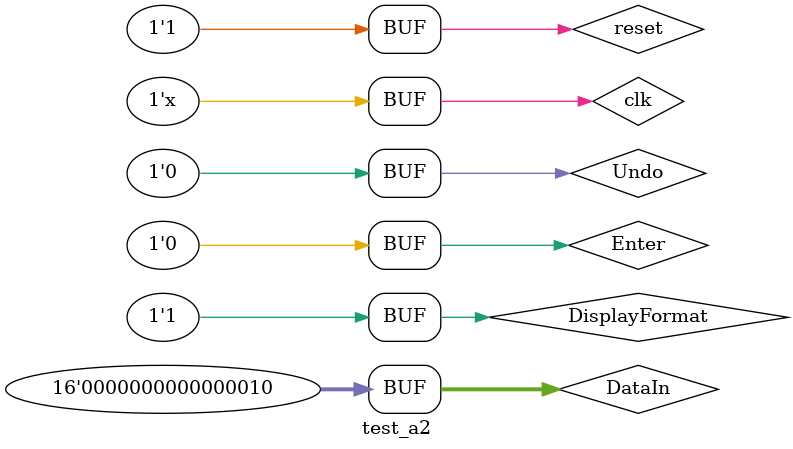
<source format=sv>
`timescale 1ns / 1ps


module test_a2();
    logic reset,clk,Enter,Undo,DisplayFormat;
    logic[15:0]DataIn;
    logic[6:0]Segments;
    logic[7:0]Anodes;
    logic[4:0]Flags;
    logic[2:0]Status;  
    
S8_actividad2 DUT(
    .resetN(reset),
    .clk(clk),
    .Enter(Enter),
    .DataIn(DataIn),
    .Undo(Undo),
    .Anodes(Anodes),
    .Segments(Segments),
    .Flags(Flags),
    .Status(Status),
    .DisplayFormat(DisplayFormat));
    
always #5 clk=~clk;

initial begin
clk=1'b0;
reset=1'b0;
DataIn=16'd0;
Enter=0;
Undo=0;
DisplayFormat=0;
#27
reset=1'b1;
DataIn=16'd10;
#116
Enter=1'b1;
#116
Enter=1'b0;
#116
DataIn=16'd5;
#116
Enter=1'b1;
#116
Enter=1'b0;
#116
Undo=1'b1;
#116
Undo=1'b0;
#116
DataIn=16'd2;
#116
Enter=1'b1;
#116
Enter=1'b0;
#116
DataIn=16'd2;
#116
Enter=1'b1;
#116
Enter=1'b0;
#200
DisplayFormat=1;
end
endmodule
   


</source>
